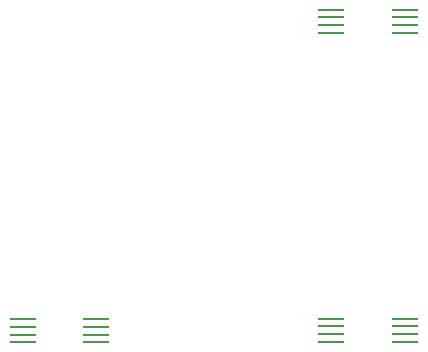
<source format=gbr>
%TF.GenerationSoftware,KiCad,Pcbnew,(5.1.10)-1*%
%TF.CreationDate,2023-07-23T11:40:44-05:00*%
%TF.ProjectId,perovskite_contact_board,7065726f-7673-46b6-9974-655f636f6e74,V3*%
%TF.SameCoordinates,Original*%
%TF.FileFunction,Paste,Bot*%
%TF.FilePolarity,Positive*%
%FSLAX46Y46*%
G04 Gerber Fmt 4.6, Leading zero omitted, Abs format (unit mm)*
G04 Created by KiCad (PCBNEW (5.1.10)-1) date 2023-07-23 11:40:44*
%MOMM*%
%LPD*%
G01*
G04 APERTURE LIST*
%ADD10R,2.200000X0.220000*%
G04 APERTURE END LIST*
D10*
%TO.C,U6*%
X159841000Y-109515000D03*
X166041000Y-109515000D03*
X159841000Y-110165000D03*
X166041000Y-110165000D03*
X159841000Y-110815000D03*
X166041000Y-110815000D03*
X159841000Y-111465000D03*
X166041000Y-111465000D03*
%TD*%
%TO.C,U5*%
X133742500Y-109578500D03*
X139942500Y-109578500D03*
X133742500Y-110228500D03*
X139942500Y-110228500D03*
X133742500Y-110878500D03*
X139942500Y-110878500D03*
X133742500Y-111528500D03*
X139942500Y-111528500D03*
%TD*%
%TO.C,U4*%
X159841000Y-83353000D03*
X166041000Y-83353000D03*
X159841000Y-84003000D03*
X166041000Y-84003000D03*
X159841000Y-84653000D03*
X166041000Y-84653000D03*
X159841000Y-85303000D03*
X166041000Y-85303000D03*
%TD*%
M02*

</source>
